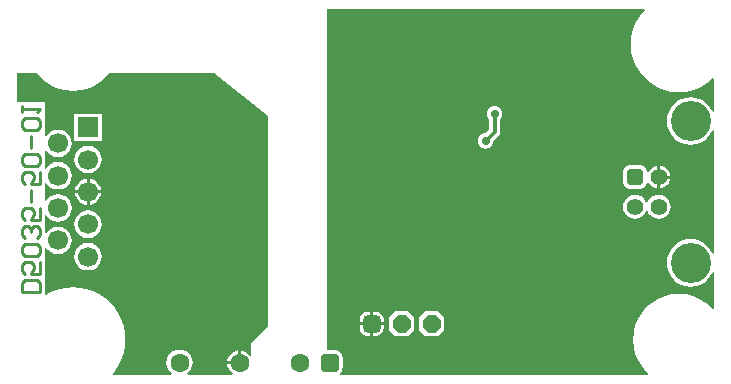
<source format=gbl>
G04*
G04 #@! TF.GenerationSoftware,Altium Limited,Altium Designer,22.3.1 (43)*
G04*
G04 Layer_Physical_Order=2*
G04 Layer_Color=16711680*
%FSLAX25Y25*%
%MOIN*%
G70*
G04*
G04 #@! TF.SameCoordinates,35FA6D69-FF44-446E-9FC7-5F6B5C59AE10*
G04*
G04*
G04 #@! TF.FilePolarity,Positive*
G04*
G01*
G75*
%ADD72C,0.01181*%
%ADD76C,0.06693*%
%ADD77R,0.06693X0.06693*%
G04:AMPARAMS|DCode=78|XSize=59.06mil|YSize=59.06mil|CornerRadius=14.76mil|HoleSize=0mil|Usage=FLASHONLY|Rotation=0.000|XOffset=0mil|YOffset=0mil|HoleType=Round|Shape=RoundedRectangle|*
%AMROUNDEDRECTD78*
21,1,0.05906,0.02953,0,0,0.0*
21,1,0.02953,0.05906,0,0,0.0*
1,1,0.02953,0.01476,-0.01476*
1,1,0.02953,-0.01476,-0.01476*
1,1,0.02953,-0.01476,0.01476*
1,1,0.02953,0.01476,0.01476*
%
%ADD78ROUNDEDRECTD78*%
%ADD79P,0.06392X8X22.5*%
%ADD80C,0.13386*%
%ADD81C,0.05512*%
G04:AMPARAMS|DCode=82|XSize=55.12mil|YSize=55.12mil|CornerRadius=13.78mil|HoleSize=0mil|Usage=FLASHONLY|Rotation=90.000|XOffset=0mil|YOffset=0mil|HoleType=Round|Shape=RoundedRectangle|*
%AMROUNDEDRECTD82*
21,1,0.05512,0.02756,0,0,90.0*
21,1,0.02756,0.05512,0,0,90.0*
1,1,0.02756,0.01378,0.01378*
1,1,0.02756,0.01378,-0.01378*
1,1,0.02756,-0.01378,-0.01378*
1,1,0.02756,-0.01378,0.01378*
%
%ADD82ROUNDEDRECTD82*%
%ADD83C,0.06299*%
G04:AMPARAMS|DCode=84|XSize=62.99mil|YSize=62.99mil|CornerRadius=15.75mil|HoleSize=0mil|Usage=FLASHONLY|Rotation=0.000|XOffset=0mil|YOffset=0mil|HoleType=Round|Shape=RoundedRectangle|*
%AMROUNDEDRECTD84*
21,1,0.06299,0.03150,0,0,0.0*
21,1,0.03150,0.06299,0,0,0.0*
1,1,0.03150,0.01575,-0.01575*
1,1,0.03150,-0.01575,-0.01575*
1,1,0.03150,-0.01575,0.01575*
1,1,0.03150,0.01575,0.01575*
%
%ADD84ROUNDEDRECTD84*%
%ADD85C,0.02756*%
%ADD86C,0.01000*%
G36*
X87500Y90261D02*
X87500Y20000D01*
X81957Y14457D01*
Y10481D01*
X81457Y10311D01*
X80959Y10960D01*
X80093Y11625D01*
X79083Y12043D01*
X78500Y12120D01*
Y8000D01*
X78000D01*
Y7500D01*
X73880D01*
X73957Y6917D01*
X74375Y5907D01*
X75041Y5040D01*
X75783Y4471D01*
X75632Y3971D01*
X60716D01*
X60546Y4471D01*
X61102Y4898D01*
X61799Y5806D01*
X62238Y6865D01*
X62387Y8000D01*
X62238Y9136D01*
X61799Y10194D01*
X61102Y11102D01*
X60194Y11799D01*
X59136Y12238D01*
X58000Y12387D01*
X56865Y12238D01*
X55806Y11799D01*
X54898Y11102D01*
X54201Y10194D01*
X53762Y9136D01*
X53613Y8000D01*
X53762Y6865D01*
X54201Y5806D01*
X54898Y4898D01*
X55454Y4471D01*
X55284Y3971D01*
X35985D01*
X35778Y4426D01*
X36372Y5103D01*
X37643Y7005D01*
X38655Y9057D01*
X39390Y11223D01*
X39836Y13466D01*
X39985Y15748D01*
X39836Y18030D01*
X39390Y20274D01*
X38655Y22439D01*
X37643Y24491D01*
X36372Y26392D01*
X34864Y28112D01*
X33145Y29620D01*
X31243Y30891D01*
X29191Y31903D01*
X27026Y32638D01*
X24782Y33084D01*
X22500Y33233D01*
X20218Y33084D01*
X17974Y32638D01*
X15809Y31903D01*
X13757Y30891D01*
X13539Y30745D01*
X13098Y30981D01*
Y46309D01*
X13598Y46396D01*
X14257Y45537D01*
X15207Y44808D01*
X16313Y44350D01*
X17500Y44194D01*
X18687Y44350D01*
X19793Y44808D01*
X20743Y45537D01*
X21471Y46487D01*
X21929Y47593D01*
X22086Y48779D01*
X21929Y49966D01*
X21471Y51072D01*
X20743Y52022D01*
X19793Y52751D01*
X18687Y53209D01*
X17500Y53365D01*
X16313Y53209D01*
X15207Y52751D01*
X14257Y52022D01*
X13598Y51163D01*
X13098Y51250D01*
Y57096D01*
X13598Y57184D01*
X14257Y56324D01*
X15207Y55596D01*
X16313Y55137D01*
X17500Y54981D01*
X18687Y55137D01*
X19793Y55596D01*
X20743Y56324D01*
X21471Y57274D01*
X21929Y58380D01*
X22086Y59567D01*
X21929Y60754D01*
X21471Y61860D01*
X20743Y62809D01*
X19793Y63538D01*
X18687Y63996D01*
X17500Y64153D01*
X16313Y63996D01*
X15207Y63538D01*
X14257Y62809D01*
X13598Y61950D01*
X13098Y62037D01*
Y67884D01*
X13598Y67971D01*
X14257Y67112D01*
X15207Y66383D01*
X16313Y65925D01*
X17500Y65769D01*
X18687Y65925D01*
X19793Y66383D01*
X20743Y67112D01*
X21471Y68062D01*
X21929Y69168D01*
X22086Y70354D01*
X21929Y71541D01*
X21471Y72647D01*
X20743Y73597D01*
X19793Y74326D01*
X18687Y74784D01*
X17500Y74940D01*
X16313Y74784D01*
X15207Y74326D01*
X14257Y73597D01*
X13598Y72738D01*
X13098Y72825D01*
Y78671D01*
X13598Y78759D01*
X14257Y77899D01*
X15207Y77170D01*
X16313Y76712D01*
X17500Y76556D01*
X18687Y76712D01*
X19793Y77170D01*
X20743Y77899D01*
X21471Y78849D01*
X21929Y79955D01*
X22086Y81142D01*
X21929Y82329D01*
X21471Y83435D01*
X20743Y84384D01*
X19793Y85113D01*
X18687Y85571D01*
X17500Y85727D01*
X16313Y85571D01*
X15207Y85113D01*
X14257Y84384D01*
X13598Y83525D01*
X13098Y83612D01*
Y95080D01*
X3971D01*
Y104500D01*
X10405D01*
X11520Y103194D01*
X13373Y101611D01*
X15451Y100338D01*
X17702Y99406D01*
X20071Y98837D01*
X22500Y98646D01*
X24929Y98837D01*
X27298Y99406D01*
X29549Y100338D01*
X31627Y101611D01*
X33479Y103194D01*
X34595Y104500D01*
X69500D01*
X87500Y90261D01*
D02*
G37*
G36*
X212997Y125739D02*
X213047Y125450D01*
X211455Y123585D01*
X210142Y121443D01*
X209180Y119122D01*
X208594Y116678D01*
X208396Y114173D01*
X208594Y111668D01*
X209180Y109225D01*
X210142Y106903D01*
X211455Y104761D01*
X213087Y102850D01*
X214997Y101218D01*
X217140Y99905D01*
X219461Y98944D01*
X221904Y98357D01*
X224410Y98160D01*
X226915Y98357D01*
X229358Y98944D01*
X231679Y99905D01*
X233822Y101218D01*
X235686Y102811D01*
X235975Y102761D01*
X236187Y102683D01*
Y91650D01*
X235686Y91576D01*
X235674Y91618D01*
X234941Y92989D01*
X233955Y94191D01*
X232753Y95177D01*
X231382Y95910D01*
X229894Y96361D01*
X228346Y96514D01*
X226799Y96361D01*
X225311Y95910D01*
X223940Y95177D01*
X222738Y94191D01*
X221752Y92989D01*
X221019Y91618D01*
X220568Y90130D01*
X220415Y88583D01*
X220568Y87035D01*
X221019Y85548D01*
X221752Y84176D01*
X222738Y82974D01*
X223940Y81988D01*
X225311Y81255D01*
X226799Y80804D01*
X228346Y80652D01*
X229894Y80804D01*
X231382Y81255D01*
X232753Y81988D01*
X233955Y82974D01*
X234941Y84176D01*
X235674Y85548D01*
X235686Y85589D01*
X236187Y85515D01*
Y44406D01*
X235686Y44332D01*
X235674Y44374D01*
X234941Y45745D01*
X233955Y46947D01*
X232753Y47933D01*
X231382Y48666D01*
X229894Y49117D01*
X228346Y49270D01*
X226799Y49117D01*
X225311Y48666D01*
X223940Y47933D01*
X222738Y46947D01*
X221752Y45745D01*
X221019Y44374D01*
X220568Y42886D01*
X220415Y41339D01*
X220568Y39791D01*
X221019Y38304D01*
X221752Y36932D01*
X222738Y35730D01*
X223940Y34744D01*
X225311Y34011D01*
X226799Y33560D01*
X228346Y33408D01*
X229894Y33560D01*
X231382Y34011D01*
X232753Y34744D01*
X233955Y35730D01*
X234941Y36932D01*
X235674Y38304D01*
X235686Y38345D01*
X236187Y38271D01*
Y26049D01*
X235718Y25876D01*
X235174Y26513D01*
X233358Y28064D01*
X231321Y29312D01*
X229114Y30226D01*
X226791Y30784D01*
X224410Y30971D01*
X222028Y30784D01*
X219705Y30226D01*
X217498Y29312D01*
X215461Y28064D01*
X213645Y26513D01*
X212093Y24696D01*
X210845Y22659D01*
X209931Y20452D01*
X209374Y18129D01*
X209186Y15748D01*
X209374Y13367D01*
X209931Y11044D01*
X210845Y8837D01*
X212093Y6800D01*
X213645Y4984D01*
X214281Y4440D01*
X214108Y3971D01*
X111756D01*
X111591Y4358D01*
X111573Y4471D01*
X111999Y5026D01*
X112278Y5701D01*
X112373Y6425D01*
Y9575D01*
X112278Y10299D01*
X111999Y10974D01*
X111554Y11554D01*
X110974Y11999D01*
X110299Y12278D01*
X109575Y12374D01*
X107000D01*
Y125950D01*
X212919D01*
X212997Y125739D01*
D02*
G37*
%LPC*%
G36*
X32046Y91082D02*
X22954D01*
Y81989D01*
X32046D01*
Y91082D01*
D02*
G37*
G36*
X27500Y80334D02*
X26313Y80177D01*
X25207Y79719D01*
X24257Y78991D01*
X23529Y78041D01*
X23071Y76935D01*
X22914Y75748D01*
X23071Y74561D01*
X23529Y73455D01*
X24257Y72505D01*
X25207Y71777D01*
X26313Y71319D01*
X27500Y71162D01*
X28687Y71319D01*
X29793Y71777D01*
X30743Y72505D01*
X31471Y73455D01*
X31929Y74561D01*
X32086Y75748D01*
X31929Y76935D01*
X31471Y78041D01*
X30743Y78991D01*
X29793Y79719D01*
X28687Y80177D01*
X27500Y80334D01*
D02*
G37*
G36*
X28000Y69279D02*
Y65461D01*
X31818D01*
X31735Y66095D01*
X31297Y67153D01*
X30600Y68061D01*
X29692Y68757D01*
X28635Y69195D01*
X28000Y69279D01*
D02*
G37*
G36*
X27000D02*
X26365Y69195D01*
X25308Y68757D01*
X24400Y68061D01*
X23703Y67153D01*
X23265Y66095D01*
X23182Y65461D01*
X27000D01*
Y69279D01*
D02*
G37*
G36*
X31818Y64461D02*
X28000D01*
Y60642D01*
X28635Y60726D01*
X29692Y61164D01*
X30600Y61861D01*
X31297Y62769D01*
X31735Y63826D01*
X31818Y64461D01*
D02*
G37*
G36*
X27000D02*
X23182D01*
X23265Y63826D01*
X23703Y62769D01*
X24400Y61861D01*
X25308Y61164D01*
X26365Y60726D01*
X27000Y60642D01*
Y64461D01*
D02*
G37*
G36*
X27500Y58759D02*
X26313Y58603D01*
X25207Y58145D01*
X24257Y57416D01*
X23529Y56466D01*
X23071Y55360D01*
X22914Y54173D01*
X23071Y52986D01*
X23529Y51880D01*
X24257Y50931D01*
X25207Y50202D01*
X26313Y49744D01*
X27500Y49588D01*
X28687Y49744D01*
X29793Y50202D01*
X30743Y50931D01*
X31471Y51880D01*
X31929Y52986D01*
X32086Y54173D01*
X31929Y55360D01*
X31471Y56466D01*
X30743Y57416D01*
X29793Y58145D01*
X28687Y58603D01*
X27500Y58759D01*
D02*
G37*
G36*
Y47971D02*
X26313Y47815D01*
X25207Y47357D01*
X24257Y46628D01*
X23529Y45679D01*
X23071Y44573D01*
X22914Y43386D01*
X23071Y42199D01*
X23529Y41093D01*
X24257Y40143D01*
X25207Y39415D01*
X26313Y38956D01*
X27500Y38800D01*
X28687Y38956D01*
X29793Y39415D01*
X30743Y40143D01*
X31471Y41093D01*
X31929Y42199D01*
X32086Y43386D01*
X31929Y44573D01*
X31471Y45679D01*
X30743Y46628D01*
X29793Y47357D01*
X28687Y47815D01*
X27500Y47971D01*
D02*
G37*
G36*
X77500Y12120D02*
X76917Y12043D01*
X75907Y11625D01*
X75041Y10960D01*
X74375Y10093D01*
X73957Y9083D01*
X73880Y8500D01*
X77500D01*
Y12120D01*
D02*
G37*
G36*
X163000Y93600D02*
X162327Y93512D01*
X161700Y93252D01*
X161161Y92839D01*
X160748Y92300D01*
X160488Y91673D01*
X160400Y91000D01*
X160488Y90327D01*
X160748Y89700D01*
X161161Y89161D01*
X161174Y89151D01*
Y85756D01*
X160016Y84598D01*
X160000Y84600D01*
X159327Y84512D01*
X158700Y84252D01*
X158161Y83839D01*
X157748Y83300D01*
X157488Y82673D01*
X157400Y82000D01*
X157488Y81327D01*
X157748Y80700D01*
X158161Y80161D01*
X158700Y79748D01*
X159327Y79488D01*
X160000Y79400D01*
X160673Y79488D01*
X161300Y79748D01*
X161839Y80161D01*
X162252Y80700D01*
X162512Y81327D01*
X162600Y82000D01*
X162598Y82016D01*
X164291Y83709D01*
X164291Y83709D01*
X164687Y84301D01*
X164826Y85000D01*
X164826Y85000D01*
Y89151D01*
X164839Y89161D01*
X165252Y89700D01*
X165512Y90327D01*
X165600Y91000D01*
X165512Y91673D01*
X165252Y92300D01*
X164839Y92839D01*
X164300Y93252D01*
X163673Y93512D01*
X163000Y93600D01*
D02*
G37*
G36*
X218216Y73604D02*
Y70382D01*
X221439D01*
X221376Y70862D01*
X220997Y71776D01*
X220395Y72561D01*
X219611Y73163D01*
X218697Y73541D01*
X218216Y73604D01*
D02*
G37*
G36*
X221439Y69382D02*
X218216D01*
Y66159D01*
X218697Y66223D01*
X219611Y66601D01*
X220395Y67203D01*
X220997Y67988D01*
X221376Y68901D01*
X221439Y69382D01*
D02*
G37*
G36*
X211221Y73860D02*
X208465D01*
X207792Y73771D01*
X207165Y73512D01*
X206626Y73098D01*
X206213Y72560D01*
X205953Y71933D01*
X205864Y71260D01*
Y68504D01*
X205953Y67831D01*
X206213Y67204D01*
X206626Y66665D01*
X207165Y66252D01*
X207792Y65992D01*
X208465Y65904D01*
X211221D01*
X211893Y65992D01*
X212521Y66252D01*
X213059Y66665D01*
X213472Y67204D01*
X213732Y67831D01*
X213787Y68248D01*
X214300Y68315D01*
X214436Y67988D01*
X215038Y67203D01*
X215822Y66601D01*
X216736Y66223D01*
X217216Y66159D01*
Y69882D01*
Y73604D01*
X216736Y73541D01*
X215822Y73163D01*
X215038Y72561D01*
X214436Y71776D01*
X214300Y71449D01*
X213787Y71516D01*
X213732Y71933D01*
X213472Y72560D01*
X213059Y73098D01*
X212521Y73512D01*
X211893Y73771D01*
X211221Y73860D01*
D02*
G37*
G36*
X217717Y64029D02*
X216684Y63893D01*
X215722Y63495D01*
X214895Y62861D01*
X214261Y62034D01*
X214050Y61525D01*
X213509D01*
X213298Y62034D01*
X212664Y62861D01*
X211838Y63495D01*
X210875Y63893D01*
X209842Y64029D01*
X208810Y63893D01*
X207847Y63495D01*
X207021Y62861D01*
X206387Y62034D01*
X205988Y61072D01*
X205853Y60039D01*
X205988Y59007D01*
X206387Y58044D01*
X207021Y57218D01*
X207847Y56584D01*
X208810Y56185D01*
X209842Y56049D01*
X210875Y56185D01*
X211838Y56584D01*
X212664Y57218D01*
X213298Y58044D01*
X213509Y58554D01*
X214050D01*
X214261Y58044D01*
X214895Y57218D01*
X215722Y56584D01*
X216684Y56185D01*
X217717Y56049D01*
X218749Y56185D01*
X219712Y56584D01*
X220538Y57218D01*
X221172Y58044D01*
X221571Y59007D01*
X221707Y60039D01*
X221571Y61072D01*
X221172Y62034D01*
X220538Y62861D01*
X219712Y63495D01*
X218749Y63893D01*
X217717Y64029D01*
D02*
G37*
G36*
X123476Y25001D02*
X122500D01*
Y21500D01*
X126001D01*
Y22476D01*
X125809Y23443D01*
X125262Y24262D01*
X124443Y24809D01*
X123476Y25001D01*
D02*
G37*
G36*
X121500D02*
X120524D01*
X119557Y24809D01*
X118738Y24262D01*
X118191Y23443D01*
X117999Y22476D01*
Y21500D01*
X121500D01*
Y25001D01*
D02*
G37*
G36*
X126001Y20500D02*
X122500D01*
Y16999D01*
X123476D01*
X124443Y17191D01*
X125262Y17738D01*
X125809Y18557D01*
X126001Y19524D01*
Y20500D01*
D02*
G37*
G36*
X121500D02*
X117999D01*
Y19524D01*
X118191Y18557D01*
X118738Y17738D01*
X119557Y17191D01*
X120524Y16999D01*
X121500D01*
Y20500D01*
D02*
G37*
G36*
X144076Y25153D02*
X139924D01*
X137847Y23076D01*
Y18924D01*
X139924Y16847D01*
X144076D01*
X146153Y18924D01*
Y23076D01*
X144076Y25153D01*
D02*
G37*
G36*
X134076D02*
X129924D01*
X127847Y23076D01*
Y18924D01*
X129924Y16847D01*
X134076D01*
X136153Y18924D01*
Y23076D01*
X134076Y25153D01*
D02*
G37*
%LPD*%
D72*
X160000Y82000D02*
X163000Y85000D01*
Y91000D01*
D76*
X17500Y48779D02*
D03*
Y59567D02*
D03*
Y70354D02*
D03*
Y81142D02*
D03*
X27500Y43386D02*
D03*
Y54173D02*
D03*
Y64961D02*
D03*
Y75748D02*
D03*
D77*
Y86535D02*
D03*
D78*
X122000Y21000D02*
D03*
D79*
X132000D02*
D03*
X142000D02*
D03*
D80*
X228346Y41339D02*
D03*
Y88583D02*
D03*
D81*
X217717Y60039D02*
D03*
Y69882D02*
D03*
X209842Y60039D02*
D03*
D82*
Y69882D02*
D03*
D83*
X78000Y8000D02*
D03*
X58000D02*
D03*
X98000D02*
D03*
D84*
X108000Y8000D02*
D03*
D85*
X144500Y10000D02*
D03*
X133500Y58000D02*
D03*
X116500Y68000D02*
D03*
X112000Y51000D02*
D03*
Y84000D02*
D03*
X82500Y53000D02*
D03*
X80500Y64500D02*
D03*
X83000Y85500D02*
D03*
X41500Y71000D02*
D03*
X54500Y59500D02*
D03*
Y87000D02*
D03*
X37500D02*
D03*
X79500Y94500D02*
D03*
X174500Y22000D02*
D03*
X145000Y37000D02*
D03*
X132000Y34500D02*
D03*
X112500Y34000D02*
D03*
X50500Y29500D02*
D03*
X108500Y124500D02*
D03*
X114000Y95500D02*
D03*
X160000Y82000D02*
D03*
X163000Y91000D02*
D03*
X152000Y93000D02*
D03*
X133500Y109500D02*
D03*
X108500Y14500D02*
D03*
X196000Y79000D02*
D03*
X78500Y25000D02*
D03*
X41000Y51500D02*
D03*
X185000Y25000D02*
D03*
X175000Y79500D02*
D03*
X177000Y38000D02*
D03*
X198000Y99000D02*
D03*
X207000Y95000D02*
D03*
X200500Y54000D02*
D03*
X162000Y17500D02*
D03*
X71000Y35000D02*
D03*
D86*
X11498Y31500D02*
X5500D01*
Y34499D01*
X6500Y35499D01*
X10498D01*
X11498Y34499D01*
Y31500D01*
Y41497D02*
Y37498D01*
X8499D01*
X9499Y39497D01*
Y40497D01*
X8499Y41497D01*
X6500D01*
X5500Y40497D01*
Y38498D01*
X6500Y37498D01*
X10498Y43496D02*
X11498Y44496D01*
Y46495D01*
X10498Y47495D01*
X6500D01*
X5500Y46495D01*
Y44496D01*
X6500Y43496D01*
X10498D01*
Y49494D02*
X11498Y50494D01*
Y52493D01*
X10498Y53493D01*
X9499D01*
X8499Y52493D01*
Y51494D01*
Y52493D01*
X7499Y53493D01*
X6500D01*
X5500Y52493D01*
Y50494D01*
X6500Y49494D01*
X11498Y59491D02*
Y55492D01*
X8499D01*
X9499Y57492D01*
Y58491D01*
X8499Y59491D01*
X6500D01*
X5500Y58491D01*
Y56492D01*
X6500Y55492D01*
X8499Y61490D02*
Y65489D01*
X11498Y71487D02*
Y67488D01*
X8499D01*
X9499Y69488D01*
Y70487D01*
X8499Y71487D01*
X6500D01*
X5500Y70487D01*
Y68488D01*
X6500Y67488D01*
X10498Y73486D02*
X11498Y74486D01*
Y76486D01*
X10498Y77485D01*
X6500D01*
X5500Y76486D01*
Y74486D01*
X6500Y73486D01*
X10498D01*
X8499Y79484D02*
Y83483D01*
X10498Y85483D02*
X11498Y86482D01*
Y88482D01*
X10498Y89481D01*
X6500D01*
X5500Y88482D01*
Y86482D01*
X6500Y85483D01*
X10498D01*
X5500Y91481D02*
Y93480D01*
Y92480D01*
X11498D01*
X10498Y91481D01*
M02*

</source>
